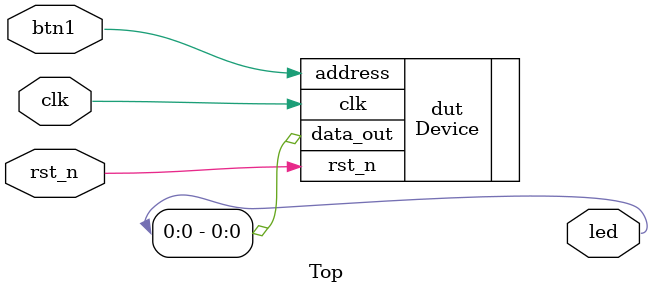
<source format=sv>
`timescale 100ps / 100ps
`default_nettype none

module Top (
    input wire clk,   // 27 MHz
    input wire rst_n,

    output logic [5:0] led,
    input wire btn1
);

  Device dut (
      .rst_n,
      .clk,

      .address (btn1),
      .data_out(led[0])
  );

endmodule

</source>
